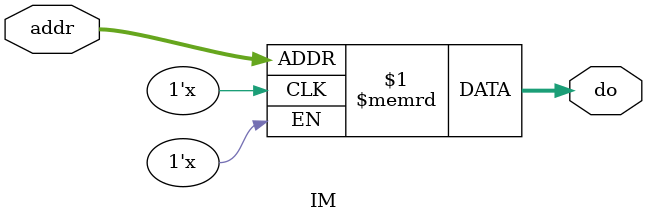
<source format=v>
module IM(addr,do);
input [11:2] addr;
output [31:0] do;
reg [31:0] mem[1023:0];
    assign do=mem[addr];
endmodule
</source>
